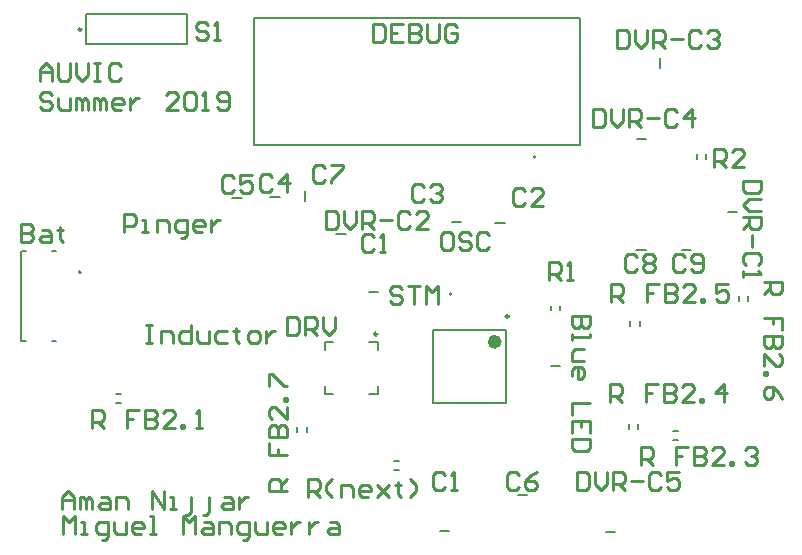
<source format=gto>
G04*
G04 #@! TF.GenerationSoftware,Altium Limited,Altium Designer,19.1.5 (86)*
G04*
G04 Layer_Color=65535*
%FSLAX25Y25*%
%MOIN*%
G70*
G01*
G75*
%ADD10C,0.00787*%
%ADD11C,0.00984*%
%ADD12C,0.02362*%
%ADD13C,0.00500*%
%ADD14C,0.01000*%
D10*
X171894Y128979D02*
G03*
X171894Y128979I-394J0D01*
G01*
X20442Y90574D02*
G03*
X20442Y90574I-394J0D01*
G01*
X143925Y107201D02*
X147075D01*
X158525Y107001D02*
X161675D01*
X116325Y83801D02*
X119475D01*
X105425Y103399D02*
X108575D01*
X83425Y115599D02*
X86575D01*
X70825Y115299D02*
X73975D01*
X21950Y176500D02*
X55650D01*
Y166500D02*
Y176500D01*
X21950Y166500D02*
X55650D01*
X21950D02*
Y176500D01*
X213501Y158725D02*
Y161875D01*
X225725Y128313D02*
Y129887D01*
X228875Y128313D02*
Y129887D01*
X205725Y135099D02*
X208875D01*
X235925Y110599D02*
X239075D01*
X205425Y97950D02*
X208575D01*
X220625Y98001D02*
X223775D01*
X217813Y37775D02*
X219387D01*
X217813Y34625D02*
X219387D01*
X195325Y4101D02*
X198475D01*
X165925Y16449D02*
X169075D01*
X140025Y4301D02*
X143175D01*
X95001Y114325D02*
Y117475D01*
X32113Y50075D02*
X33687D01*
X32113Y46925D02*
X33687D01*
X124713Y27675D02*
X126287D01*
X124713Y24525D02*
X126287D01*
X101740Y64604D02*
Y67360D01*
X104496D01*
X101740Y49840D02*
Y52596D01*
Y49840D02*
X104496D01*
X116504D02*
X119260D01*
Y52596D01*
Y64604D02*
Y67360D01*
X116504D02*
X119260D01*
X206075Y38459D02*
Y40034D01*
X202925Y38459D02*
Y40034D01*
X206575Y72659D02*
Y74234D01*
X203425Y72659D02*
Y74234D01*
X239725Y80913D02*
Y82487D01*
X242875Y80913D02*
Y82487D01*
X176925Y59202D02*
X180075D01*
X95575Y37313D02*
Y38887D01*
X92425Y37313D02*
Y38887D01*
X137795Y46895D02*
Y71305D01*
X162205Y46895D02*
Y71305D01*
X137795Y46895D02*
X162205D01*
X137795Y71305D02*
X162205D01*
X180075Y77813D02*
Y79387D01*
X176925Y77813D02*
Y79387D01*
D11*
X20548Y171496D02*
G03*
X20548Y171496I-492J0D01*
G01*
X119161Y69919D02*
G03*
X119161Y69919I-492J0D01*
G01*
X163012Y75832D02*
G03*
X163012Y75832I-492J0D01*
G01*
D12*
X159449Y67368D02*
G03*
X159449Y67368I-1181J0D01*
G01*
D13*
X143917Y83210D02*
G03*
X143917Y83210I-339J0D01*
G01*
X186894Y132916D02*
Y175435D01*
X78154Y132916D02*
X186894D01*
X78154D02*
Y175435D01*
X186894D01*
X757Y67739D02*
X1938D01*
X757Y97661D02*
X1938D01*
X10599Y67739D02*
X12174D01*
X10599Y97661D02*
X12174D01*
X560Y67739D02*
Y97661D01*
D14*
X6700Y154198D02*
Y158196D01*
X8699Y160196D01*
X10699Y158196D01*
Y154198D01*
Y157197D01*
X6700D01*
X12698Y160196D02*
Y155197D01*
X13698Y154198D01*
X15697D01*
X16697Y155197D01*
Y160196D01*
X18696D02*
Y156197D01*
X20696Y154198D01*
X22695Y156197D01*
Y160196D01*
X24694D02*
X26693D01*
X25694D01*
Y154198D01*
X24694D01*
X26693D01*
X33691Y159196D02*
X32692Y160196D01*
X30692D01*
X29693Y159196D01*
Y155197D01*
X30692Y154198D01*
X32692D01*
X33691Y155197D01*
X10699Y149598D02*
X9699Y150598D01*
X7700D01*
X6700Y149598D01*
Y148599D01*
X7700Y147599D01*
X9699D01*
X10699Y146599D01*
Y145600D01*
X9699Y144600D01*
X7700D01*
X6700Y145600D01*
X12698Y148599D02*
Y145600D01*
X13698Y144600D01*
X16697D01*
Y148599D01*
X18696Y144600D02*
Y148599D01*
X19696D01*
X20696Y147599D01*
Y144600D01*
Y147599D01*
X21695Y148599D01*
X22695Y147599D01*
Y144600D01*
X24694D02*
Y148599D01*
X25694D01*
X26693Y147599D01*
Y144600D01*
Y147599D01*
X27693Y148599D01*
X28693Y147599D01*
Y144600D01*
X33691D02*
X31692D01*
X30692Y145600D01*
Y147599D01*
X31692Y148599D01*
X33691D01*
X34691Y147599D01*
Y146599D01*
X30692D01*
X36690Y148599D02*
Y144600D01*
Y146599D01*
X37690Y147599D01*
X38690Y148599D01*
X39689D01*
X52685Y144600D02*
X48686D01*
X52685Y148599D01*
Y149598D01*
X51686Y150598D01*
X49686D01*
X48686Y149598D01*
X54685D02*
X55684Y150598D01*
X57683D01*
X58683Y149598D01*
Y145600D01*
X57683Y144600D01*
X55684D01*
X54685Y145600D01*
Y149598D01*
X60682Y144600D02*
X62682D01*
X61682D01*
Y150598D01*
X60682Y149598D01*
X65681Y145600D02*
X66681Y144600D01*
X68680D01*
X69680Y145600D01*
Y149598D01*
X68680Y150598D01*
X66681D01*
X65681Y149598D01*
Y148599D01*
X66681Y147599D01*
X69680D01*
X14300Y3200D02*
Y9198D01*
X16299Y7199D01*
X18299Y9198D01*
Y3200D01*
X20298D02*
X22297D01*
X21298D01*
Y7199D01*
X20298D01*
X27296Y1201D02*
X28295D01*
X29295Y2200D01*
Y7199D01*
X26296D01*
X25296Y6199D01*
Y4200D01*
X26296Y3200D01*
X29295D01*
X31295Y7199D02*
Y4200D01*
X32294Y3200D01*
X35293D01*
Y7199D01*
X40292Y3200D02*
X38292D01*
X37293Y4200D01*
Y6199D01*
X38292Y7199D01*
X40292D01*
X41291Y6199D01*
Y5199D01*
X37293D01*
X43291Y3200D02*
X45290D01*
X44290D01*
Y9198D01*
X43291D01*
X54287Y3200D02*
Y9198D01*
X56286Y7199D01*
X58286Y9198D01*
Y3200D01*
X61285Y7199D02*
X63284D01*
X64284Y6199D01*
Y3200D01*
X61285D01*
X60285Y4200D01*
X61285Y5199D01*
X64284D01*
X66283Y3200D02*
Y7199D01*
X69282D01*
X70282Y6199D01*
Y3200D01*
X74281Y1201D02*
X75280D01*
X76280Y2200D01*
Y7199D01*
X73281D01*
X72281Y6199D01*
Y4200D01*
X73281Y3200D01*
X76280D01*
X78279Y7199D02*
Y4200D01*
X79279Y3200D01*
X82278D01*
Y7199D01*
X87276Y3200D02*
X85277D01*
X84277Y4200D01*
Y6199D01*
X85277Y7199D01*
X87276D01*
X88276Y6199D01*
Y5199D01*
X84277D01*
X90275Y7199D02*
Y3200D01*
Y5199D01*
X91275Y6199D01*
X92275Y7199D01*
X93274D01*
X96273D02*
Y3200D01*
Y5199D01*
X97273Y6199D01*
X98273Y7199D01*
X99273D01*
X103271D02*
X105271D01*
X106270Y6199D01*
Y3200D01*
X103271D01*
X102271Y4200D01*
X103271Y5199D01*
X106270D01*
X14100Y11600D02*
Y15599D01*
X16099Y17598D01*
X18099Y15599D01*
Y11600D01*
Y14599D01*
X14100D01*
X20098Y11600D02*
Y15599D01*
X21098D01*
X22097Y14599D01*
Y11600D01*
Y14599D01*
X23097Y15599D01*
X24097Y14599D01*
Y11600D01*
X27096Y15599D02*
X29095D01*
X30095Y14599D01*
Y11600D01*
X27096D01*
X26096Y12600D01*
X27096Y13599D01*
X30095D01*
X32094Y11600D02*
Y15599D01*
X35093D01*
X36093Y14599D01*
Y11600D01*
X44090D02*
Y17598D01*
X48089Y11600D01*
Y17598D01*
X50088Y11600D02*
X52088D01*
X51088D01*
Y15599D01*
X50088D01*
X55087Y9601D02*
X56086D01*
X57086Y10600D01*
Y15599D01*
X61085Y9601D02*
X62085D01*
X63084Y10600D01*
Y15599D01*
X68082D02*
X70082D01*
X71082Y14599D01*
Y11600D01*
X68082D01*
X67083Y12600D01*
X68082Y13599D01*
X71082D01*
X73081Y15599D02*
Y11600D01*
Y13599D01*
X74081Y14599D01*
X75080Y15599D01*
X76080D01*
X34800Y104000D02*
Y109998D01*
X37799D01*
X38799Y108998D01*
Y106999D01*
X37799Y105999D01*
X34800D01*
X40798Y104000D02*
X42797D01*
X41798D01*
Y107999D01*
X40798D01*
X45796Y104000D02*
Y107999D01*
X48796D01*
X49795Y106999D01*
Y104000D01*
X53794Y102001D02*
X54794D01*
X55793Y103000D01*
Y107999D01*
X52794D01*
X51794Y106999D01*
Y105000D01*
X52794Y104000D01*
X55793D01*
X60792D02*
X58792D01*
X57793Y105000D01*
Y106999D01*
X58792Y107999D01*
X60792D01*
X61791Y106999D01*
Y105999D01*
X57793D01*
X63791Y107999D02*
Y104000D01*
Y105999D01*
X64790Y106999D01*
X65790Y107999D01*
X66790D01*
X117819Y173398D02*
Y167400D01*
X120818D01*
X121818Y168400D01*
Y172398D01*
X120818Y173398D01*
X117819D01*
X127816D02*
X123817D01*
Y167400D01*
X127816D01*
X123817Y170399D02*
X125816D01*
X129815Y173398D02*
Y167400D01*
X132814D01*
X133814Y168400D01*
Y169399D01*
X132814Y170399D01*
X129815D01*
X132814D01*
X133814Y171399D01*
Y172398D01*
X132814Y173398D01*
X129815D01*
X135813D02*
Y168400D01*
X136813Y167400D01*
X138812D01*
X139812Y168400D01*
Y173398D01*
X145810Y172398D02*
X144810Y173398D01*
X142811D01*
X141811Y172398D01*
Y168400D01*
X142811Y167400D01*
X144810D01*
X145810Y168400D01*
Y170399D01*
X143810D01*
X127299Y84798D02*
X126299Y85798D01*
X124300D01*
X123300Y84798D01*
Y83799D01*
X124300Y82799D01*
X126299D01*
X127299Y81799D01*
Y80800D01*
X126299Y79800D01*
X124300D01*
X123300Y80800D01*
X129298Y85798D02*
X133297D01*
X131297D01*
Y79800D01*
X135296D02*
Y85798D01*
X137295Y83799D01*
X139295Y85798D01*
Y79800D01*
X62799Y172998D02*
X61799Y173998D01*
X59800D01*
X58800Y172998D01*
Y171999D01*
X59800Y170999D01*
X61799D01*
X62799Y169999D01*
Y169000D01*
X61799Y168000D01*
X59800D01*
X58800Y169000D01*
X64798Y168000D02*
X66797D01*
X65798D01*
Y173998D01*
X64798Y172998D01*
X89000Y17600D02*
X83002D01*
Y20599D01*
X84002Y21599D01*
X86001D01*
X87001Y20599D01*
Y17600D01*
Y19599D02*
X89000Y21599D01*
X83002Y33595D02*
Y29596D01*
X86001D01*
Y31596D01*
Y29596D01*
X89000D01*
X83002Y35594D02*
X89000D01*
Y38593D01*
X88000Y39593D01*
X87001D01*
X86001Y38593D01*
Y35594D01*
Y38593D01*
X85001Y39593D01*
X84002D01*
X83002Y38593D01*
Y35594D01*
X89000Y45591D02*
Y41592D01*
X85001Y45591D01*
X84002D01*
X83002Y44591D01*
Y42592D01*
X84002Y41592D01*
X89000Y47590D02*
X88000D01*
Y48590D01*
X89000D01*
Y47590D01*
X83002Y52589D02*
Y56587D01*
X84002D01*
X88000Y52589D01*
X89000D01*
X248000Y87200D02*
X253998D01*
Y84201D01*
X252998Y83201D01*
X250999D01*
X249999Y84201D01*
Y87200D01*
Y85201D02*
X248000Y83201D01*
X253998Y71205D02*
Y75204D01*
X250999D01*
Y73204D01*
Y75204D01*
X248000D01*
X253998Y69206D02*
X248000D01*
Y66207D01*
X249000Y65207D01*
X249999D01*
X250999Y66207D01*
Y69206D01*
Y66207D01*
X251999Y65207D01*
X252998D01*
X253998Y66207D01*
Y69206D01*
X248000Y59209D02*
Y63208D01*
X251999Y59209D01*
X252998D01*
X253998Y60209D01*
Y62208D01*
X252998Y63208D01*
X248000Y57210D02*
X249000D01*
Y56210D01*
X248000D01*
Y57210D01*
X253998Y48213D02*
X252998Y50212D01*
X250999Y52211D01*
X249000D01*
X248000Y51212D01*
Y49212D01*
X249000Y48213D01*
X249999D01*
X250999Y49212D01*
Y52211D01*
X197000Y80600D02*
Y86598D01*
X199999D01*
X200999Y85598D01*
Y83599D01*
X199999Y82599D01*
X197000D01*
X198999D02*
X200999Y80600D01*
X212995Y86598D02*
X208996D01*
Y83599D01*
X210996D01*
X208996D01*
Y80600D01*
X214994Y86598D02*
Y80600D01*
X217993D01*
X218993Y81600D01*
Y82599D01*
X217993Y83599D01*
X214994D01*
X217993D01*
X218993Y84599D01*
Y85598D01*
X217993Y86598D01*
X214994D01*
X224991Y80600D02*
X220992D01*
X224991Y84599D01*
Y85598D01*
X223991Y86598D01*
X221992D01*
X220992Y85598D01*
X226990Y80600D02*
Y81600D01*
X227990D01*
Y80600D01*
X226990D01*
X235987Y86598D02*
X231989D01*
Y83599D01*
X233988Y84599D01*
X234988D01*
X235987Y83599D01*
Y81600D01*
X234988Y80600D01*
X232988D01*
X231989Y81600D01*
X196700Y47400D02*
Y53398D01*
X199699D01*
X200699Y52398D01*
Y50399D01*
X199699Y49399D01*
X196700D01*
X198699D02*
X200699Y47400D01*
X212695Y53398D02*
X208696D01*
Y50399D01*
X210696D01*
X208696D01*
Y47400D01*
X214694Y53398D02*
Y47400D01*
X217693D01*
X218693Y48400D01*
Y49399D01*
X217693Y50399D01*
X214694D01*
X217693D01*
X218693Y51399D01*
Y52398D01*
X217693Y53398D01*
X214694D01*
X224691Y47400D02*
X220692D01*
X224691Y51399D01*
Y52398D01*
X223691Y53398D01*
X221692D01*
X220692Y52398D01*
X226690Y47400D02*
Y48400D01*
X227690D01*
Y47400D01*
X226690D01*
X234688D02*
Y53398D01*
X231689Y50399D01*
X235687D01*
X206900Y26200D02*
Y32198D01*
X209899D01*
X210899Y31198D01*
Y29199D01*
X209899Y28199D01*
X206900D01*
X208899D02*
X210899Y26200D01*
X222895Y32198D02*
X218896D01*
Y29199D01*
X220896D01*
X218896D01*
Y26200D01*
X224894Y32198D02*
Y26200D01*
X227893D01*
X228893Y27200D01*
Y28199D01*
X227893Y29199D01*
X224894D01*
X227893D01*
X228893Y30199D01*
Y31198D01*
X227893Y32198D01*
X224894D01*
X234891Y26200D02*
X230892D01*
X234891Y30199D01*
Y31198D01*
X233891Y32198D01*
X231892D01*
X230892Y31198D01*
X236890Y26200D02*
Y27200D01*
X237890D01*
Y26200D01*
X236890D01*
X241889Y31198D02*
X242888Y32198D01*
X244888D01*
X245887Y31198D01*
Y30199D01*
X244888Y29199D01*
X243888D01*
X244888D01*
X245887Y28199D01*
Y27200D01*
X244888Y26200D01*
X242888D01*
X241889Y27200D01*
X23900Y38500D02*
Y44498D01*
X26899D01*
X27899Y43498D01*
Y41499D01*
X26899Y40499D01*
X23900D01*
X25899D02*
X27899Y38500D01*
X39895Y44498D02*
X35896D01*
Y41499D01*
X37896D01*
X35896D01*
Y38500D01*
X41894Y44498D02*
Y38500D01*
X44893D01*
X45893Y39500D01*
Y40499D01*
X44893Y41499D01*
X41894D01*
X44893D01*
X45893Y42499D01*
Y43498D01*
X44893Y44498D01*
X41894D01*
X51891Y38500D02*
X47892D01*
X51891Y42499D01*
Y43498D01*
X50891Y44498D01*
X48892D01*
X47892Y43498D01*
X53890Y38500D02*
Y39500D01*
X54890D01*
Y38500D01*
X53890D01*
X58889D02*
X60888D01*
X59888D01*
Y44498D01*
X58889Y43498D01*
X96200Y15600D02*
Y21598D01*
X99199D01*
X100199Y20598D01*
Y18599D01*
X99199Y17599D01*
X96200D01*
X98199D02*
X100199Y15600D01*
X104197D02*
X102198Y17599D01*
Y19599D01*
X104197Y21598D01*
X107196Y15600D02*
Y19599D01*
X110196D01*
X111195Y18599D01*
Y15600D01*
X116193D02*
X114194D01*
X113195Y16600D01*
Y18599D01*
X114194Y19599D01*
X116193D01*
X117193Y18599D01*
Y17599D01*
X113195D01*
X119193Y19599D02*
X123191Y15600D01*
X121192Y17599D01*
X123191Y19599D01*
X119193Y15600D01*
X126190Y20598D02*
Y19599D01*
X125191D01*
X127190D01*
X126190D01*
Y16600D01*
X127190Y15600D01*
X130189D02*
X132188Y17599D01*
Y19599D01*
X130189Y21598D01*
X231400Y125600D02*
Y131598D01*
X234399D01*
X235399Y130598D01*
Y128599D01*
X234399Y127599D01*
X231400D01*
X233399D02*
X235399Y125600D01*
X241397D02*
X237398D01*
X241397Y129599D01*
Y130598D01*
X240397Y131598D01*
X238398D01*
X237398Y130598D01*
X176400Y87900D02*
Y93898D01*
X179399D01*
X180399Y92898D01*
Y90899D01*
X179399Y89899D01*
X176400D01*
X178399D02*
X180399Y87900D01*
X182398D02*
X184397D01*
X183398D01*
Y93898D01*
X182398Y92898D01*
X143499Y104098D02*
X141500D01*
X140500Y103098D01*
Y99100D01*
X141500Y98100D01*
X143499D01*
X144499Y99100D01*
Y103098D01*
X143499Y104098D01*
X150497Y103098D02*
X149497Y104098D01*
X147498D01*
X146498Y103098D01*
Y102099D01*
X147498Y101099D01*
X149497D01*
X150497Y100099D01*
Y99100D01*
X149497Y98100D01*
X147498D01*
X146498Y99100D01*
X156495Y103098D02*
X155495Y104098D01*
X153496D01*
X152496Y103098D01*
Y99100D01*
X153496Y98100D01*
X155495D01*
X156495Y99100D01*
X42000Y72898D02*
X43999D01*
X43000D01*
Y66900D01*
X42000D01*
X43999D01*
X46998D02*
Y70899D01*
X49997D01*
X50997Y69899D01*
Y66900D01*
X56995Y72898D02*
Y66900D01*
X53996D01*
X52996Y67900D01*
Y69899D01*
X53996Y70899D01*
X56995D01*
X58995D02*
Y67900D01*
X59994Y66900D01*
X62993D01*
Y70899D01*
X68991D02*
X65992D01*
X64993Y69899D01*
Y67900D01*
X65992Y66900D01*
X68991D01*
X71990Y71898D02*
Y70899D01*
X70991D01*
X72990D01*
X71990D01*
Y67900D01*
X72990Y66900D01*
X76989D02*
X78988D01*
X79988Y67900D01*
Y69899D01*
X78988Y70899D01*
X76989D01*
X75989Y69899D01*
Y67900D01*
X76989Y66900D01*
X81987Y70899D02*
Y66900D01*
Y68899D01*
X82987Y69899D01*
X83986Y70899D01*
X84986D01*
X89000Y75598D02*
Y69600D01*
X91999D01*
X92999Y70600D01*
Y74598D01*
X91999Y75598D01*
X89000D01*
X94998Y69600D02*
Y75598D01*
X97997D01*
X98997Y74598D01*
Y72599D01*
X97997Y71599D01*
X94998D01*
X96997D02*
X98997Y69600D01*
X100996Y75598D02*
Y71599D01*
X102996Y69600D01*
X104995Y71599D01*
Y75598D01*
X221699Y95498D02*
X220699Y96498D01*
X218700D01*
X217700Y95498D01*
Y91500D01*
X218700Y90500D01*
X220699D01*
X221699Y91500D01*
X223698D02*
X224698Y90500D01*
X226697D01*
X227697Y91500D01*
Y95498D01*
X226697Y96498D01*
X224698D01*
X223698Y95498D01*
Y94499D01*
X224698Y93499D01*
X227697D01*
X205799Y95698D02*
X204799Y96698D01*
X202800D01*
X201800Y95698D01*
Y91700D01*
X202800Y90700D01*
X204799D01*
X205799Y91700D01*
X207798Y95698D02*
X208798Y96698D01*
X210797D01*
X211797Y95698D01*
Y94699D01*
X210797Y93699D01*
X211797Y92699D01*
Y91700D01*
X210797Y90700D01*
X208798D01*
X207798Y91700D01*
Y92699D01*
X208798Y93699D01*
X207798Y94699D01*
Y95698D01*
X208798Y93699D02*
X210797D01*
X101699Y125198D02*
X100699Y126198D01*
X98700D01*
X97700Y125198D01*
Y121200D01*
X98700Y120200D01*
X100699D01*
X101699Y121200D01*
X103698Y126198D02*
X107697D01*
Y125198D01*
X103698Y121200D01*
Y120200D01*
X166499Y22798D02*
X165499Y23797D01*
X163500D01*
X162500Y22798D01*
Y18799D01*
X163500Y17799D01*
X165499D01*
X166499Y18799D01*
X172497Y23797D02*
X170497Y22798D01*
X168498Y20798D01*
Y18799D01*
X169498Y17799D01*
X171497D01*
X172497Y18799D01*
Y19799D01*
X171497Y20798D01*
X168498D01*
X247198Y120800D02*
X241200D01*
Y117801D01*
X242200Y116801D01*
X246198D01*
X247198Y117801D01*
Y120800D01*
Y114802D02*
X243199D01*
X241200Y112803D01*
X243199Y110803D01*
X247198D01*
X241200Y108804D02*
X247198D01*
Y105805D01*
X246198Y104805D01*
X244199D01*
X243199Y105805D01*
Y108804D01*
Y106805D02*
X241200Y104805D01*
X244199Y102806D02*
Y98807D01*
X246198Y92809D02*
X247198Y93809D01*
Y95808D01*
X246198Y96808D01*
X242200D01*
X241200Y95808D01*
Y93809D01*
X242200Y92809D01*
X241200Y90810D02*
Y88810D01*
Y89810D01*
X247198D01*
X246198Y90810D01*
X71399Y121998D02*
X70399Y122998D01*
X68400D01*
X67400Y121998D01*
Y118000D01*
X68400Y117000D01*
X70399D01*
X71399Y118000D01*
X77397Y122998D02*
X73398D01*
Y119999D01*
X75397Y120999D01*
X76397D01*
X77397Y119999D01*
Y118000D01*
X76397Y117000D01*
X74398D01*
X73398Y118000D01*
X102000Y111098D02*
Y105100D01*
X104999D01*
X105999Y106100D01*
Y110098D01*
X104999Y111098D01*
X102000D01*
X107998D02*
Y107099D01*
X109997Y105100D01*
X111997Y107099D01*
Y111098D01*
X113996Y105100D02*
Y111098D01*
X116995D01*
X117995Y110098D01*
Y108099D01*
X116995Y107099D01*
X113996D01*
X115996D02*
X117995Y105100D01*
X119994Y108099D02*
X123993D01*
X129991Y110098D02*
X128991Y111098D01*
X126992D01*
X125992Y110098D01*
Y106100D01*
X126992Y105100D01*
X128991D01*
X129991Y106100D01*
X135989Y105100D02*
X131990D01*
X135989Y109099D01*
Y110098D01*
X134989Y111098D01*
X132990D01*
X131990Y110098D01*
X83999Y122298D02*
X82999Y123298D01*
X81000D01*
X80000Y122298D01*
Y118300D01*
X81000Y117300D01*
X82999D01*
X83999Y118300D01*
X88997Y117300D02*
Y123298D01*
X85998Y120299D01*
X89997D01*
X185600Y23998D02*
Y18000D01*
X188599D01*
X189599Y19000D01*
Y22998D01*
X188599Y23998D01*
X185600D01*
X191598D02*
Y19999D01*
X193597Y18000D01*
X195597Y19999D01*
Y23998D01*
X197596Y18000D02*
Y23998D01*
X200595D01*
X201595Y22998D01*
Y20999D01*
X200595Y19999D01*
X197596D01*
X199595D02*
X201595Y18000D01*
X203594Y20999D02*
X207593D01*
X213591Y22998D02*
X212591Y23998D01*
X210592D01*
X209592Y22998D01*
Y19000D01*
X210592Y18000D01*
X212591D01*
X213591Y19000D01*
X219589Y23998D02*
X215590D01*
Y20999D01*
X217590Y21999D01*
X218589D01*
X219589Y20999D01*
Y19000D01*
X218589Y18000D01*
X216590D01*
X215590Y19000D01*
X134799Y118898D02*
X133799Y119898D01*
X131800D01*
X130800Y118898D01*
Y114900D01*
X131800Y113900D01*
X133799D01*
X134799Y114900D01*
X136798Y118898D02*
X137798Y119898D01*
X139797D01*
X140797Y118898D01*
Y117899D01*
X139797Y116899D01*
X138797D01*
X139797D01*
X140797Y115899D01*
Y114900D01*
X139797Y113900D01*
X137798D01*
X136798Y114900D01*
X191100Y144998D02*
Y139000D01*
X194099D01*
X195099Y140000D01*
Y143998D01*
X194099Y144998D01*
X191100D01*
X197098D02*
Y140999D01*
X199097Y139000D01*
X201097Y140999D01*
Y144998D01*
X203096Y139000D02*
Y144998D01*
X206095D01*
X207095Y143998D01*
Y141999D01*
X206095Y140999D01*
X203096D01*
X205096D02*
X207095Y139000D01*
X209094Y141999D02*
X213093D01*
X219091Y143998D02*
X218091Y144998D01*
X216092D01*
X215092Y143998D01*
Y140000D01*
X216092Y139000D01*
X218091D01*
X219091Y140000D01*
X224089Y139000D02*
Y144998D01*
X221090Y141999D01*
X225089D01*
X168299Y117698D02*
X167299Y118698D01*
X165300D01*
X164300Y117698D01*
Y113700D01*
X165300Y112700D01*
X167299D01*
X168299Y113700D01*
X174297Y112700D02*
X170298D01*
X174297Y116699D01*
Y117698D01*
X173297Y118698D01*
X171298D01*
X170298Y117698D01*
X199000Y171398D02*
Y165400D01*
X201999D01*
X202999Y166400D01*
Y170398D01*
X201999Y171398D01*
X199000D01*
X204998D02*
Y167399D01*
X206997Y165400D01*
X208997Y167399D01*
Y171398D01*
X210996Y165400D02*
Y171398D01*
X213995D01*
X214995Y170398D01*
Y168399D01*
X213995Y167399D01*
X210996D01*
X212996D02*
X214995Y165400D01*
X216994Y168399D02*
X220993D01*
X226991Y170398D02*
X225991Y171398D01*
X223992D01*
X222992Y170398D01*
Y166400D01*
X223992Y165400D01*
X225991D01*
X226991Y166400D01*
X228990Y170398D02*
X229990Y171398D01*
X231989D01*
X232989Y170398D01*
Y169399D01*
X231989Y168399D01*
X230990D01*
X231989D01*
X232989Y167399D01*
Y166400D01*
X231989Y165400D01*
X229990D01*
X228990Y166400D01*
X141599Y23098D02*
X140599Y24098D01*
X138600D01*
X137600Y23098D01*
Y19100D01*
X138600Y18100D01*
X140599D01*
X141599Y19100D01*
X143598Y18100D02*
X145597D01*
X144598D01*
Y24098D01*
X143598Y23098D01*
X117899Y102449D02*
X116899Y103448D01*
X114900D01*
X113900Y102449D01*
Y98450D01*
X114900Y97450D01*
X116899D01*
X117899Y98450D01*
X119898Y97450D02*
X121897D01*
X120898D01*
Y103448D01*
X119898Y102449D01*
X189998Y76100D02*
X184000D01*
Y73101D01*
X185000Y72101D01*
X185999D01*
X186999Y73101D01*
Y76100D01*
Y73101D01*
X187999Y72101D01*
X188998D01*
X189998Y73101D01*
Y76100D01*
X184000Y70102D02*
Y68103D01*
Y69102D01*
X189998D01*
Y70102D01*
X187999Y65104D02*
X185000D01*
X184000Y64104D01*
Y61105D01*
X187999D01*
X184000Y56107D02*
Y58106D01*
X185000Y59105D01*
X186999D01*
X187999Y58106D01*
Y56107D01*
X186999Y55107D01*
X185999D01*
Y59105D01*
X189998Y47109D02*
X184000D01*
Y43111D01*
X189998Y37113D02*
Y41111D01*
X184000D01*
Y37113D01*
X186999Y41111D02*
Y39112D01*
X189998Y35113D02*
X184000D01*
Y32114D01*
X185000Y31115D01*
X188998D01*
X189998Y32114D01*
Y35113D01*
X268Y106474D02*
Y100476D01*
X3268D01*
X4267Y101475D01*
Y102475D01*
X3268Y103475D01*
X268D01*
X3268D01*
X4267Y104474D01*
Y105474D01*
X3268Y106474D01*
X268D01*
X7266Y104474D02*
X9266D01*
X10265Y103475D01*
Y100476D01*
X7266D01*
X6267Y101475D01*
X7266Y102475D01*
X10265D01*
X13264Y105474D02*
Y104474D01*
X12265D01*
X14264D01*
X13264D01*
Y101475D01*
X14264Y100476D01*
M02*

</source>
